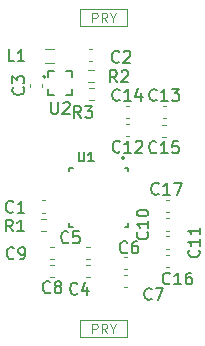
<source format=gbr>
%TF.GenerationSoftware,KiCad,Pcbnew,9.0.1+dfsg-1*%
%TF.CreationDate,2025-05-01T10:53:58+02:00*%
%TF.ProjectId,audio-codec,61756469-6f2d-4636-9f64-65632e6b6963,rev?*%
%TF.SameCoordinates,Original*%
%TF.FileFunction,Legend,Top*%
%TF.FilePolarity,Positive*%
%FSLAX46Y46*%
G04 Gerber Fmt 4.6, Leading zero omitted, Abs format (unit mm)*
G04 Created by KiCad (PCBNEW 9.0.1+dfsg-1) date 2025-05-01 10:53:58*
%MOMM*%
%LPD*%
G01*
G04 APERTURE LIST*
%ADD10C,0.150000*%
%ADD11C,0.100000*%
%ADD12C,0.120000*%
%ADD13C,0.127000*%
%ADD14C,0.200000*%
G04 APERTURE END LIST*
D10*
X90132142Y-72684580D02*
X90084523Y-72732200D01*
X90084523Y-72732200D02*
X89941666Y-72779819D01*
X89941666Y-72779819D02*
X89846428Y-72779819D01*
X89846428Y-72779819D02*
X89703571Y-72732200D01*
X89703571Y-72732200D02*
X89608333Y-72636961D01*
X89608333Y-72636961D02*
X89560714Y-72541723D01*
X89560714Y-72541723D02*
X89513095Y-72351247D01*
X89513095Y-72351247D02*
X89513095Y-72208390D01*
X89513095Y-72208390D02*
X89560714Y-72017914D01*
X89560714Y-72017914D02*
X89608333Y-71922676D01*
X89608333Y-71922676D02*
X89703571Y-71827438D01*
X89703571Y-71827438D02*
X89846428Y-71779819D01*
X89846428Y-71779819D02*
X89941666Y-71779819D01*
X89941666Y-71779819D02*
X90084523Y-71827438D01*
X90084523Y-71827438D02*
X90132142Y-71875057D01*
X91084523Y-72779819D02*
X90513095Y-72779819D01*
X90798809Y-72779819D02*
X90798809Y-71779819D01*
X90798809Y-71779819D02*
X90703571Y-71922676D01*
X90703571Y-71922676D02*
X90608333Y-72017914D01*
X90608333Y-72017914D02*
X90513095Y-72065533D01*
X91941666Y-71779819D02*
X91751190Y-71779819D01*
X91751190Y-71779819D02*
X91655952Y-71827438D01*
X91655952Y-71827438D02*
X91608333Y-71875057D01*
X91608333Y-71875057D02*
X91513095Y-72017914D01*
X91513095Y-72017914D02*
X91465476Y-72208390D01*
X91465476Y-72208390D02*
X91465476Y-72589342D01*
X91465476Y-72589342D02*
X91513095Y-72684580D01*
X91513095Y-72684580D02*
X91560714Y-72732200D01*
X91560714Y-72732200D02*
X91655952Y-72779819D01*
X91655952Y-72779819D02*
X91846428Y-72779819D01*
X91846428Y-72779819D02*
X91941666Y-72732200D01*
X91941666Y-72732200D02*
X91989285Y-72684580D01*
X91989285Y-72684580D02*
X92036904Y-72589342D01*
X92036904Y-72589342D02*
X92036904Y-72351247D01*
X92036904Y-72351247D02*
X91989285Y-72256009D01*
X91989285Y-72256009D02*
X91941666Y-72208390D01*
X91941666Y-72208390D02*
X91846428Y-72160771D01*
X91846428Y-72160771D02*
X91655952Y-72160771D01*
X91655952Y-72160771D02*
X91560714Y-72208390D01*
X91560714Y-72208390D02*
X91513095Y-72256009D01*
X91513095Y-72256009D02*
X91465476Y-72351247D01*
X89182142Y-65084580D02*
X89134523Y-65132200D01*
X89134523Y-65132200D02*
X88991666Y-65179819D01*
X88991666Y-65179819D02*
X88896428Y-65179819D01*
X88896428Y-65179819D02*
X88753571Y-65132200D01*
X88753571Y-65132200D02*
X88658333Y-65036961D01*
X88658333Y-65036961D02*
X88610714Y-64941723D01*
X88610714Y-64941723D02*
X88563095Y-64751247D01*
X88563095Y-64751247D02*
X88563095Y-64608390D01*
X88563095Y-64608390D02*
X88610714Y-64417914D01*
X88610714Y-64417914D02*
X88658333Y-64322676D01*
X88658333Y-64322676D02*
X88753571Y-64227438D01*
X88753571Y-64227438D02*
X88896428Y-64179819D01*
X88896428Y-64179819D02*
X88991666Y-64179819D01*
X88991666Y-64179819D02*
X89134523Y-64227438D01*
X89134523Y-64227438D02*
X89182142Y-64275057D01*
X90134523Y-65179819D02*
X89563095Y-65179819D01*
X89848809Y-65179819D02*
X89848809Y-64179819D01*
X89848809Y-64179819D02*
X89753571Y-64322676D01*
X89753571Y-64322676D02*
X89658333Y-64417914D01*
X89658333Y-64417914D02*
X89563095Y-64465533D01*
X90467857Y-64179819D02*
X91134523Y-64179819D01*
X91134523Y-64179819D02*
X90705952Y-65179819D01*
X85907142Y-61509580D02*
X85859523Y-61557200D01*
X85859523Y-61557200D02*
X85716666Y-61604819D01*
X85716666Y-61604819D02*
X85621428Y-61604819D01*
X85621428Y-61604819D02*
X85478571Y-61557200D01*
X85478571Y-61557200D02*
X85383333Y-61461961D01*
X85383333Y-61461961D02*
X85335714Y-61366723D01*
X85335714Y-61366723D02*
X85288095Y-61176247D01*
X85288095Y-61176247D02*
X85288095Y-61033390D01*
X85288095Y-61033390D02*
X85335714Y-60842914D01*
X85335714Y-60842914D02*
X85383333Y-60747676D01*
X85383333Y-60747676D02*
X85478571Y-60652438D01*
X85478571Y-60652438D02*
X85621428Y-60604819D01*
X85621428Y-60604819D02*
X85716666Y-60604819D01*
X85716666Y-60604819D02*
X85859523Y-60652438D01*
X85859523Y-60652438D02*
X85907142Y-60700057D01*
X86859523Y-61604819D02*
X86288095Y-61604819D01*
X86573809Y-61604819D02*
X86573809Y-60604819D01*
X86573809Y-60604819D02*
X86478571Y-60747676D01*
X86478571Y-60747676D02*
X86383333Y-60842914D01*
X86383333Y-60842914D02*
X86288095Y-60890533D01*
X87240476Y-60700057D02*
X87288095Y-60652438D01*
X87288095Y-60652438D02*
X87383333Y-60604819D01*
X87383333Y-60604819D02*
X87621428Y-60604819D01*
X87621428Y-60604819D02*
X87716666Y-60652438D01*
X87716666Y-60652438D02*
X87764285Y-60700057D01*
X87764285Y-60700057D02*
X87811904Y-60795295D01*
X87811904Y-60795295D02*
X87811904Y-60890533D01*
X87811904Y-60890533D02*
X87764285Y-61033390D01*
X87764285Y-61033390D02*
X87192857Y-61604819D01*
X87192857Y-61604819D02*
X87811904Y-61604819D01*
X76833333Y-68279819D02*
X76500000Y-67803628D01*
X76261905Y-68279819D02*
X76261905Y-67279819D01*
X76261905Y-67279819D02*
X76642857Y-67279819D01*
X76642857Y-67279819D02*
X76738095Y-67327438D01*
X76738095Y-67327438D02*
X76785714Y-67375057D01*
X76785714Y-67375057D02*
X76833333Y-67470295D01*
X76833333Y-67470295D02*
X76833333Y-67613152D01*
X76833333Y-67613152D02*
X76785714Y-67708390D01*
X76785714Y-67708390D02*
X76738095Y-67756009D01*
X76738095Y-67756009D02*
X76642857Y-67803628D01*
X76642857Y-67803628D02*
X76261905Y-67803628D01*
X77785714Y-68279819D02*
X77214286Y-68279819D01*
X77500000Y-68279819D02*
X77500000Y-67279819D01*
X77500000Y-67279819D02*
X77404762Y-67422676D01*
X77404762Y-67422676D02*
X77309524Y-67517914D01*
X77309524Y-67517914D02*
X77214286Y-67565533D01*
X85833333Y-53909580D02*
X85785714Y-53957200D01*
X85785714Y-53957200D02*
X85642857Y-54004819D01*
X85642857Y-54004819D02*
X85547619Y-54004819D01*
X85547619Y-54004819D02*
X85404762Y-53957200D01*
X85404762Y-53957200D02*
X85309524Y-53861961D01*
X85309524Y-53861961D02*
X85261905Y-53766723D01*
X85261905Y-53766723D02*
X85214286Y-53576247D01*
X85214286Y-53576247D02*
X85214286Y-53433390D01*
X85214286Y-53433390D02*
X85261905Y-53242914D01*
X85261905Y-53242914D02*
X85309524Y-53147676D01*
X85309524Y-53147676D02*
X85404762Y-53052438D01*
X85404762Y-53052438D02*
X85547619Y-53004819D01*
X85547619Y-53004819D02*
X85642857Y-53004819D01*
X85642857Y-53004819D02*
X85785714Y-53052438D01*
X85785714Y-53052438D02*
X85833333Y-53100057D01*
X86214286Y-53100057D02*
X86261905Y-53052438D01*
X86261905Y-53052438D02*
X86357143Y-53004819D01*
X86357143Y-53004819D02*
X86595238Y-53004819D01*
X86595238Y-53004819D02*
X86690476Y-53052438D01*
X86690476Y-53052438D02*
X86738095Y-53100057D01*
X86738095Y-53100057D02*
X86785714Y-53195295D01*
X86785714Y-53195295D02*
X86785714Y-53290533D01*
X86785714Y-53290533D02*
X86738095Y-53433390D01*
X86738095Y-53433390D02*
X86166667Y-54004819D01*
X86166667Y-54004819D02*
X86785714Y-54004819D01*
X88219580Y-68342857D02*
X88267200Y-68390476D01*
X88267200Y-68390476D02*
X88314819Y-68533333D01*
X88314819Y-68533333D02*
X88314819Y-68628571D01*
X88314819Y-68628571D02*
X88267200Y-68771428D01*
X88267200Y-68771428D02*
X88171961Y-68866666D01*
X88171961Y-68866666D02*
X88076723Y-68914285D01*
X88076723Y-68914285D02*
X87886247Y-68961904D01*
X87886247Y-68961904D02*
X87743390Y-68961904D01*
X87743390Y-68961904D02*
X87552914Y-68914285D01*
X87552914Y-68914285D02*
X87457676Y-68866666D01*
X87457676Y-68866666D02*
X87362438Y-68771428D01*
X87362438Y-68771428D02*
X87314819Y-68628571D01*
X87314819Y-68628571D02*
X87314819Y-68533333D01*
X87314819Y-68533333D02*
X87362438Y-68390476D01*
X87362438Y-68390476D02*
X87410057Y-68342857D01*
X88314819Y-67390476D02*
X88314819Y-67961904D01*
X88314819Y-67676190D02*
X87314819Y-67676190D01*
X87314819Y-67676190D02*
X87457676Y-67771428D01*
X87457676Y-67771428D02*
X87552914Y-67866666D01*
X87552914Y-67866666D02*
X87600533Y-67961904D01*
X87314819Y-66771428D02*
X87314819Y-66676190D01*
X87314819Y-66676190D02*
X87362438Y-66580952D01*
X87362438Y-66580952D02*
X87410057Y-66533333D01*
X87410057Y-66533333D02*
X87505295Y-66485714D01*
X87505295Y-66485714D02*
X87695771Y-66438095D01*
X87695771Y-66438095D02*
X87933866Y-66438095D01*
X87933866Y-66438095D02*
X88124342Y-66485714D01*
X88124342Y-66485714D02*
X88219580Y-66533333D01*
X88219580Y-66533333D02*
X88267200Y-66580952D01*
X88267200Y-66580952D02*
X88314819Y-66676190D01*
X88314819Y-66676190D02*
X88314819Y-66771428D01*
X88314819Y-66771428D02*
X88267200Y-66866666D01*
X88267200Y-66866666D02*
X88219580Y-66914285D01*
X88219580Y-66914285D02*
X88124342Y-66961904D01*
X88124342Y-66961904D02*
X87933866Y-67009523D01*
X87933866Y-67009523D02*
X87695771Y-67009523D01*
X87695771Y-67009523D02*
X87505295Y-66961904D01*
X87505295Y-66961904D02*
X87410057Y-66914285D01*
X87410057Y-66914285D02*
X87362438Y-66866666D01*
X87362438Y-66866666D02*
X87314819Y-66771428D01*
X85882142Y-57129580D02*
X85834523Y-57177200D01*
X85834523Y-57177200D02*
X85691666Y-57224819D01*
X85691666Y-57224819D02*
X85596428Y-57224819D01*
X85596428Y-57224819D02*
X85453571Y-57177200D01*
X85453571Y-57177200D02*
X85358333Y-57081961D01*
X85358333Y-57081961D02*
X85310714Y-56986723D01*
X85310714Y-56986723D02*
X85263095Y-56796247D01*
X85263095Y-56796247D02*
X85263095Y-56653390D01*
X85263095Y-56653390D02*
X85310714Y-56462914D01*
X85310714Y-56462914D02*
X85358333Y-56367676D01*
X85358333Y-56367676D02*
X85453571Y-56272438D01*
X85453571Y-56272438D02*
X85596428Y-56224819D01*
X85596428Y-56224819D02*
X85691666Y-56224819D01*
X85691666Y-56224819D02*
X85834523Y-56272438D01*
X85834523Y-56272438D02*
X85882142Y-56320057D01*
X86834523Y-57224819D02*
X86263095Y-57224819D01*
X86548809Y-57224819D02*
X86548809Y-56224819D01*
X86548809Y-56224819D02*
X86453571Y-56367676D01*
X86453571Y-56367676D02*
X86358333Y-56462914D01*
X86358333Y-56462914D02*
X86263095Y-56510533D01*
X87691666Y-56558152D02*
X87691666Y-57224819D01*
X87453571Y-56177200D02*
X87215476Y-56891485D01*
X87215476Y-56891485D02*
X87834523Y-56891485D01*
X88583333Y-73984580D02*
X88535714Y-74032200D01*
X88535714Y-74032200D02*
X88392857Y-74079819D01*
X88392857Y-74079819D02*
X88297619Y-74079819D01*
X88297619Y-74079819D02*
X88154762Y-74032200D01*
X88154762Y-74032200D02*
X88059524Y-73936961D01*
X88059524Y-73936961D02*
X88011905Y-73841723D01*
X88011905Y-73841723D02*
X87964286Y-73651247D01*
X87964286Y-73651247D02*
X87964286Y-73508390D01*
X87964286Y-73508390D02*
X88011905Y-73317914D01*
X88011905Y-73317914D02*
X88059524Y-73222676D01*
X88059524Y-73222676D02*
X88154762Y-73127438D01*
X88154762Y-73127438D02*
X88297619Y-73079819D01*
X88297619Y-73079819D02*
X88392857Y-73079819D01*
X88392857Y-73079819D02*
X88535714Y-73127438D01*
X88535714Y-73127438D02*
X88583333Y-73175057D01*
X88916667Y-73079819D02*
X89583333Y-73079819D01*
X89583333Y-73079819D02*
X89154762Y-74079819D01*
X92569580Y-69867857D02*
X92617200Y-69915476D01*
X92617200Y-69915476D02*
X92664819Y-70058333D01*
X92664819Y-70058333D02*
X92664819Y-70153571D01*
X92664819Y-70153571D02*
X92617200Y-70296428D01*
X92617200Y-70296428D02*
X92521961Y-70391666D01*
X92521961Y-70391666D02*
X92426723Y-70439285D01*
X92426723Y-70439285D02*
X92236247Y-70486904D01*
X92236247Y-70486904D02*
X92093390Y-70486904D01*
X92093390Y-70486904D02*
X91902914Y-70439285D01*
X91902914Y-70439285D02*
X91807676Y-70391666D01*
X91807676Y-70391666D02*
X91712438Y-70296428D01*
X91712438Y-70296428D02*
X91664819Y-70153571D01*
X91664819Y-70153571D02*
X91664819Y-70058333D01*
X91664819Y-70058333D02*
X91712438Y-69915476D01*
X91712438Y-69915476D02*
X91760057Y-69867857D01*
X92664819Y-68915476D02*
X92664819Y-69486904D01*
X92664819Y-69201190D02*
X91664819Y-69201190D01*
X91664819Y-69201190D02*
X91807676Y-69296428D01*
X91807676Y-69296428D02*
X91902914Y-69391666D01*
X91902914Y-69391666D02*
X91950533Y-69486904D01*
X92664819Y-67963095D02*
X92664819Y-68534523D01*
X92664819Y-68248809D02*
X91664819Y-68248809D01*
X91664819Y-68248809D02*
X91807676Y-68344047D01*
X91807676Y-68344047D02*
X91902914Y-68439285D01*
X91902914Y-68439285D02*
X91950533Y-68534523D01*
X82608333Y-58679819D02*
X82275000Y-58203628D01*
X82036905Y-58679819D02*
X82036905Y-57679819D01*
X82036905Y-57679819D02*
X82417857Y-57679819D01*
X82417857Y-57679819D02*
X82513095Y-57727438D01*
X82513095Y-57727438D02*
X82560714Y-57775057D01*
X82560714Y-57775057D02*
X82608333Y-57870295D01*
X82608333Y-57870295D02*
X82608333Y-58013152D01*
X82608333Y-58013152D02*
X82560714Y-58108390D01*
X82560714Y-58108390D02*
X82513095Y-58156009D01*
X82513095Y-58156009D02*
X82417857Y-58203628D01*
X82417857Y-58203628D02*
X82036905Y-58203628D01*
X82941667Y-57679819D02*
X83560714Y-57679819D01*
X83560714Y-57679819D02*
X83227381Y-58060771D01*
X83227381Y-58060771D02*
X83370238Y-58060771D01*
X83370238Y-58060771D02*
X83465476Y-58108390D01*
X83465476Y-58108390D02*
X83513095Y-58156009D01*
X83513095Y-58156009D02*
X83560714Y-58251247D01*
X83560714Y-58251247D02*
X83560714Y-58489342D01*
X83560714Y-58489342D02*
X83513095Y-58584580D01*
X83513095Y-58584580D02*
X83465476Y-58632200D01*
X83465476Y-58632200D02*
X83370238Y-58679819D01*
X83370238Y-58679819D02*
X83084524Y-58679819D01*
X83084524Y-58679819D02*
X82989286Y-58632200D01*
X82989286Y-58632200D02*
X82941667Y-58584580D01*
X86518333Y-70034580D02*
X86470714Y-70082200D01*
X86470714Y-70082200D02*
X86327857Y-70129819D01*
X86327857Y-70129819D02*
X86232619Y-70129819D01*
X86232619Y-70129819D02*
X86089762Y-70082200D01*
X86089762Y-70082200D02*
X85994524Y-69986961D01*
X85994524Y-69986961D02*
X85946905Y-69891723D01*
X85946905Y-69891723D02*
X85899286Y-69701247D01*
X85899286Y-69701247D02*
X85899286Y-69558390D01*
X85899286Y-69558390D02*
X85946905Y-69367914D01*
X85946905Y-69367914D02*
X85994524Y-69272676D01*
X85994524Y-69272676D02*
X86089762Y-69177438D01*
X86089762Y-69177438D02*
X86232619Y-69129819D01*
X86232619Y-69129819D02*
X86327857Y-69129819D01*
X86327857Y-69129819D02*
X86470714Y-69177438D01*
X86470714Y-69177438D02*
X86518333Y-69225057D01*
X87375476Y-69129819D02*
X87185000Y-69129819D01*
X87185000Y-69129819D02*
X87089762Y-69177438D01*
X87089762Y-69177438D02*
X87042143Y-69225057D01*
X87042143Y-69225057D02*
X86946905Y-69367914D01*
X86946905Y-69367914D02*
X86899286Y-69558390D01*
X86899286Y-69558390D02*
X86899286Y-69939342D01*
X86899286Y-69939342D02*
X86946905Y-70034580D01*
X86946905Y-70034580D02*
X86994524Y-70082200D01*
X86994524Y-70082200D02*
X87089762Y-70129819D01*
X87089762Y-70129819D02*
X87280238Y-70129819D01*
X87280238Y-70129819D02*
X87375476Y-70082200D01*
X87375476Y-70082200D02*
X87423095Y-70034580D01*
X87423095Y-70034580D02*
X87470714Y-69939342D01*
X87470714Y-69939342D02*
X87470714Y-69701247D01*
X87470714Y-69701247D02*
X87423095Y-69606009D01*
X87423095Y-69606009D02*
X87375476Y-69558390D01*
X87375476Y-69558390D02*
X87280238Y-69510771D01*
X87280238Y-69510771D02*
X87089762Y-69510771D01*
X87089762Y-69510771D02*
X86994524Y-69558390D01*
X86994524Y-69558390D02*
X86946905Y-69606009D01*
X86946905Y-69606009D02*
X86899286Y-69701247D01*
X81543333Y-69184580D02*
X81495714Y-69232200D01*
X81495714Y-69232200D02*
X81352857Y-69279819D01*
X81352857Y-69279819D02*
X81257619Y-69279819D01*
X81257619Y-69279819D02*
X81114762Y-69232200D01*
X81114762Y-69232200D02*
X81019524Y-69136961D01*
X81019524Y-69136961D02*
X80971905Y-69041723D01*
X80971905Y-69041723D02*
X80924286Y-68851247D01*
X80924286Y-68851247D02*
X80924286Y-68708390D01*
X80924286Y-68708390D02*
X80971905Y-68517914D01*
X80971905Y-68517914D02*
X81019524Y-68422676D01*
X81019524Y-68422676D02*
X81114762Y-68327438D01*
X81114762Y-68327438D02*
X81257619Y-68279819D01*
X81257619Y-68279819D02*
X81352857Y-68279819D01*
X81352857Y-68279819D02*
X81495714Y-68327438D01*
X81495714Y-68327438D02*
X81543333Y-68375057D01*
X82448095Y-68279819D02*
X81971905Y-68279819D01*
X81971905Y-68279819D02*
X81924286Y-68756009D01*
X81924286Y-68756009D02*
X81971905Y-68708390D01*
X81971905Y-68708390D02*
X82067143Y-68660771D01*
X82067143Y-68660771D02*
X82305238Y-68660771D01*
X82305238Y-68660771D02*
X82400476Y-68708390D01*
X82400476Y-68708390D02*
X82448095Y-68756009D01*
X82448095Y-68756009D02*
X82495714Y-68851247D01*
X82495714Y-68851247D02*
X82495714Y-69089342D01*
X82495714Y-69089342D02*
X82448095Y-69184580D01*
X82448095Y-69184580D02*
X82400476Y-69232200D01*
X82400476Y-69232200D02*
X82305238Y-69279819D01*
X82305238Y-69279819D02*
X82067143Y-69279819D01*
X82067143Y-69279819D02*
X81971905Y-69232200D01*
X81971905Y-69232200D02*
X81924286Y-69184580D01*
X80088095Y-57324819D02*
X80088095Y-58134342D01*
X80088095Y-58134342D02*
X80135714Y-58229580D01*
X80135714Y-58229580D02*
X80183333Y-58277200D01*
X80183333Y-58277200D02*
X80278571Y-58324819D01*
X80278571Y-58324819D02*
X80469047Y-58324819D01*
X80469047Y-58324819D02*
X80564285Y-58277200D01*
X80564285Y-58277200D02*
X80611904Y-58229580D01*
X80611904Y-58229580D02*
X80659523Y-58134342D01*
X80659523Y-58134342D02*
X80659523Y-57324819D01*
X81088095Y-57420057D02*
X81135714Y-57372438D01*
X81135714Y-57372438D02*
X81230952Y-57324819D01*
X81230952Y-57324819D02*
X81469047Y-57324819D01*
X81469047Y-57324819D02*
X81564285Y-57372438D01*
X81564285Y-57372438D02*
X81611904Y-57420057D01*
X81611904Y-57420057D02*
X81659523Y-57515295D01*
X81659523Y-57515295D02*
X81659523Y-57610533D01*
X81659523Y-57610533D02*
X81611904Y-57753390D01*
X81611904Y-57753390D02*
X81040476Y-58324819D01*
X81040476Y-58324819D02*
X81659523Y-58324819D01*
X82425476Y-61562295D02*
X82425476Y-62209914D01*
X82425476Y-62209914D02*
X82463571Y-62286104D01*
X82463571Y-62286104D02*
X82501666Y-62324200D01*
X82501666Y-62324200D02*
X82577857Y-62362295D01*
X82577857Y-62362295D02*
X82730238Y-62362295D01*
X82730238Y-62362295D02*
X82806428Y-62324200D01*
X82806428Y-62324200D02*
X82844523Y-62286104D01*
X82844523Y-62286104D02*
X82882619Y-62209914D01*
X82882619Y-62209914D02*
X82882619Y-61562295D01*
X83682618Y-62362295D02*
X83225475Y-62362295D01*
X83454047Y-62362295D02*
X83454047Y-61562295D01*
X83454047Y-61562295D02*
X83377856Y-61676580D01*
X83377856Y-61676580D02*
X83301666Y-61752771D01*
X83301666Y-61752771D02*
X83225475Y-61790866D01*
X89007142Y-57129580D02*
X88959523Y-57177200D01*
X88959523Y-57177200D02*
X88816666Y-57224819D01*
X88816666Y-57224819D02*
X88721428Y-57224819D01*
X88721428Y-57224819D02*
X88578571Y-57177200D01*
X88578571Y-57177200D02*
X88483333Y-57081961D01*
X88483333Y-57081961D02*
X88435714Y-56986723D01*
X88435714Y-56986723D02*
X88388095Y-56796247D01*
X88388095Y-56796247D02*
X88388095Y-56653390D01*
X88388095Y-56653390D02*
X88435714Y-56462914D01*
X88435714Y-56462914D02*
X88483333Y-56367676D01*
X88483333Y-56367676D02*
X88578571Y-56272438D01*
X88578571Y-56272438D02*
X88721428Y-56224819D01*
X88721428Y-56224819D02*
X88816666Y-56224819D01*
X88816666Y-56224819D02*
X88959523Y-56272438D01*
X88959523Y-56272438D02*
X89007142Y-56320057D01*
X89959523Y-57224819D02*
X89388095Y-57224819D01*
X89673809Y-57224819D02*
X89673809Y-56224819D01*
X89673809Y-56224819D02*
X89578571Y-56367676D01*
X89578571Y-56367676D02*
X89483333Y-56462914D01*
X89483333Y-56462914D02*
X89388095Y-56510533D01*
X90292857Y-56224819D02*
X90911904Y-56224819D01*
X90911904Y-56224819D02*
X90578571Y-56605771D01*
X90578571Y-56605771D02*
X90721428Y-56605771D01*
X90721428Y-56605771D02*
X90816666Y-56653390D01*
X90816666Y-56653390D02*
X90864285Y-56701009D01*
X90864285Y-56701009D02*
X90911904Y-56796247D01*
X90911904Y-56796247D02*
X90911904Y-57034342D01*
X90911904Y-57034342D02*
X90864285Y-57129580D01*
X90864285Y-57129580D02*
X90816666Y-57177200D01*
X90816666Y-57177200D02*
X90721428Y-57224819D01*
X90721428Y-57224819D02*
X90435714Y-57224819D01*
X90435714Y-57224819D02*
X90340476Y-57177200D01*
X90340476Y-57177200D02*
X90292857Y-57129580D01*
X76933333Y-70534580D02*
X76885714Y-70582200D01*
X76885714Y-70582200D02*
X76742857Y-70629819D01*
X76742857Y-70629819D02*
X76647619Y-70629819D01*
X76647619Y-70629819D02*
X76504762Y-70582200D01*
X76504762Y-70582200D02*
X76409524Y-70486961D01*
X76409524Y-70486961D02*
X76361905Y-70391723D01*
X76361905Y-70391723D02*
X76314286Y-70201247D01*
X76314286Y-70201247D02*
X76314286Y-70058390D01*
X76314286Y-70058390D02*
X76361905Y-69867914D01*
X76361905Y-69867914D02*
X76409524Y-69772676D01*
X76409524Y-69772676D02*
X76504762Y-69677438D01*
X76504762Y-69677438D02*
X76647619Y-69629819D01*
X76647619Y-69629819D02*
X76742857Y-69629819D01*
X76742857Y-69629819D02*
X76885714Y-69677438D01*
X76885714Y-69677438D02*
X76933333Y-69725057D01*
X77409524Y-70629819D02*
X77600000Y-70629819D01*
X77600000Y-70629819D02*
X77695238Y-70582200D01*
X77695238Y-70582200D02*
X77742857Y-70534580D01*
X77742857Y-70534580D02*
X77838095Y-70391723D01*
X77838095Y-70391723D02*
X77885714Y-70201247D01*
X77885714Y-70201247D02*
X77885714Y-69820295D01*
X77885714Y-69820295D02*
X77838095Y-69725057D01*
X77838095Y-69725057D02*
X77790476Y-69677438D01*
X77790476Y-69677438D02*
X77695238Y-69629819D01*
X77695238Y-69629819D02*
X77504762Y-69629819D01*
X77504762Y-69629819D02*
X77409524Y-69677438D01*
X77409524Y-69677438D02*
X77361905Y-69725057D01*
X77361905Y-69725057D02*
X77314286Y-69820295D01*
X77314286Y-69820295D02*
X77314286Y-70058390D01*
X77314286Y-70058390D02*
X77361905Y-70153628D01*
X77361905Y-70153628D02*
X77409524Y-70201247D01*
X77409524Y-70201247D02*
X77504762Y-70248866D01*
X77504762Y-70248866D02*
X77695238Y-70248866D01*
X77695238Y-70248866D02*
X77790476Y-70201247D01*
X77790476Y-70201247D02*
X77838095Y-70153628D01*
X77838095Y-70153628D02*
X77885714Y-70058390D01*
X88982142Y-61559580D02*
X88934523Y-61607200D01*
X88934523Y-61607200D02*
X88791666Y-61654819D01*
X88791666Y-61654819D02*
X88696428Y-61654819D01*
X88696428Y-61654819D02*
X88553571Y-61607200D01*
X88553571Y-61607200D02*
X88458333Y-61511961D01*
X88458333Y-61511961D02*
X88410714Y-61416723D01*
X88410714Y-61416723D02*
X88363095Y-61226247D01*
X88363095Y-61226247D02*
X88363095Y-61083390D01*
X88363095Y-61083390D02*
X88410714Y-60892914D01*
X88410714Y-60892914D02*
X88458333Y-60797676D01*
X88458333Y-60797676D02*
X88553571Y-60702438D01*
X88553571Y-60702438D02*
X88696428Y-60654819D01*
X88696428Y-60654819D02*
X88791666Y-60654819D01*
X88791666Y-60654819D02*
X88934523Y-60702438D01*
X88934523Y-60702438D02*
X88982142Y-60750057D01*
X89934523Y-61654819D02*
X89363095Y-61654819D01*
X89648809Y-61654819D02*
X89648809Y-60654819D01*
X89648809Y-60654819D02*
X89553571Y-60797676D01*
X89553571Y-60797676D02*
X89458333Y-60892914D01*
X89458333Y-60892914D02*
X89363095Y-60940533D01*
X90839285Y-60654819D02*
X90363095Y-60654819D01*
X90363095Y-60654819D02*
X90315476Y-61131009D01*
X90315476Y-61131009D02*
X90363095Y-61083390D01*
X90363095Y-61083390D02*
X90458333Y-61035771D01*
X90458333Y-61035771D02*
X90696428Y-61035771D01*
X90696428Y-61035771D02*
X90791666Y-61083390D01*
X90791666Y-61083390D02*
X90839285Y-61131009D01*
X90839285Y-61131009D02*
X90886904Y-61226247D01*
X90886904Y-61226247D02*
X90886904Y-61464342D01*
X90886904Y-61464342D02*
X90839285Y-61559580D01*
X90839285Y-61559580D02*
X90791666Y-61607200D01*
X90791666Y-61607200D02*
X90696428Y-61654819D01*
X90696428Y-61654819D02*
X90458333Y-61654819D01*
X90458333Y-61654819D02*
X90363095Y-61607200D01*
X90363095Y-61607200D02*
X90315476Y-61559580D01*
X77704580Y-56091666D02*
X77752200Y-56139285D01*
X77752200Y-56139285D02*
X77799819Y-56282142D01*
X77799819Y-56282142D02*
X77799819Y-56377380D01*
X77799819Y-56377380D02*
X77752200Y-56520237D01*
X77752200Y-56520237D02*
X77656961Y-56615475D01*
X77656961Y-56615475D02*
X77561723Y-56663094D01*
X77561723Y-56663094D02*
X77371247Y-56710713D01*
X77371247Y-56710713D02*
X77228390Y-56710713D01*
X77228390Y-56710713D02*
X77037914Y-56663094D01*
X77037914Y-56663094D02*
X76942676Y-56615475D01*
X76942676Y-56615475D02*
X76847438Y-56520237D01*
X76847438Y-56520237D02*
X76799819Y-56377380D01*
X76799819Y-56377380D02*
X76799819Y-56282142D01*
X76799819Y-56282142D02*
X76847438Y-56139285D01*
X76847438Y-56139285D02*
X76895057Y-56091666D01*
X76799819Y-55758332D02*
X76799819Y-55139285D01*
X76799819Y-55139285D02*
X77180771Y-55472618D01*
X77180771Y-55472618D02*
X77180771Y-55329761D01*
X77180771Y-55329761D02*
X77228390Y-55234523D01*
X77228390Y-55234523D02*
X77276009Y-55186904D01*
X77276009Y-55186904D02*
X77371247Y-55139285D01*
X77371247Y-55139285D02*
X77609342Y-55139285D01*
X77609342Y-55139285D02*
X77704580Y-55186904D01*
X77704580Y-55186904D02*
X77752200Y-55234523D01*
X77752200Y-55234523D02*
X77799819Y-55329761D01*
X77799819Y-55329761D02*
X77799819Y-55615475D01*
X77799819Y-55615475D02*
X77752200Y-55710713D01*
X77752200Y-55710713D02*
X77704580Y-55758332D01*
X85658333Y-55654819D02*
X85325000Y-55178628D01*
X85086905Y-55654819D02*
X85086905Y-54654819D01*
X85086905Y-54654819D02*
X85467857Y-54654819D01*
X85467857Y-54654819D02*
X85563095Y-54702438D01*
X85563095Y-54702438D02*
X85610714Y-54750057D01*
X85610714Y-54750057D02*
X85658333Y-54845295D01*
X85658333Y-54845295D02*
X85658333Y-54988152D01*
X85658333Y-54988152D02*
X85610714Y-55083390D01*
X85610714Y-55083390D02*
X85563095Y-55131009D01*
X85563095Y-55131009D02*
X85467857Y-55178628D01*
X85467857Y-55178628D02*
X85086905Y-55178628D01*
X86039286Y-54750057D02*
X86086905Y-54702438D01*
X86086905Y-54702438D02*
X86182143Y-54654819D01*
X86182143Y-54654819D02*
X86420238Y-54654819D01*
X86420238Y-54654819D02*
X86515476Y-54702438D01*
X86515476Y-54702438D02*
X86563095Y-54750057D01*
X86563095Y-54750057D02*
X86610714Y-54845295D01*
X86610714Y-54845295D02*
X86610714Y-54940533D01*
X86610714Y-54940533D02*
X86563095Y-55083390D01*
X86563095Y-55083390D02*
X85991667Y-55654819D01*
X85991667Y-55654819D02*
X86610714Y-55654819D01*
X76858333Y-66609580D02*
X76810714Y-66657200D01*
X76810714Y-66657200D02*
X76667857Y-66704819D01*
X76667857Y-66704819D02*
X76572619Y-66704819D01*
X76572619Y-66704819D02*
X76429762Y-66657200D01*
X76429762Y-66657200D02*
X76334524Y-66561961D01*
X76334524Y-66561961D02*
X76286905Y-66466723D01*
X76286905Y-66466723D02*
X76239286Y-66276247D01*
X76239286Y-66276247D02*
X76239286Y-66133390D01*
X76239286Y-66133390D02*
X76286905Y-65942914D01*
X76286905Y-65942914D02*
X76334524Y-65847676D01*
X76334524Y-65847676D02*
X76429762Y-65752438D01*
X76429762Y-65752438D02*
X76572619Y-65704819D01*
X76572619Y-65704819D02*
X76667857Y-65704819D01*
X76667857Y-65704819D02*
X76810714Y-65752438D01*
X76810714Y-65752438D02*
X76858333Y-65800057D01*
X77810714Y-66704819D02*
X77239286Y-66704819D01*
X77525000Y-66704819D02*
X77525000Y-65704819D01*
X77525000Y-65704819D02*
X77429762Y-65847676D01*
X77429762Y-65847676D02*
X77334524Y-65942914D01*
X77334524Y-65942914D02*
X77239286Y-65990533D01*
X79993333Y-73414580D02*
X79945714Y-73462200D01*
X79945714Y-73462200D02*
X79802857Y-73509819D01*
X79802857Y-73509819D02*
X79707619Y-73509819D01*
X79707619Y-73509819D02*
X79564762Y-73462200D01*
X79564762Y-73462200D02*
X79469524Y-73366961D01*
X79469524Y-73366961D02*
X79421905Y-73271723D01*
X79421905Y-73271723D02*
X79374286Y-73081247D01*
X79374286Y-73081247D02*
X79374286Y-72938390D01*
X79374286Y-72938390D02*
X79421905Y-72747914D01*
X79421905Y-72747914D02*
X79469524Y-72652676D01*
X79469524Y-72652676D02*
X79564762Y-72557438D01*
X79564762Y-72557438D02*
X79707619Y-72509819D01*
X79707619Y-72509819D02*
X79802857Y-72509819D01*
X79802857Y-72509819D02*
X79945714Y-72557438D01*
X79945714Y-72557438D02*
X79993333Y-72605057D01*
X80564762Y-72938390D02*
X80469524Y-72890771D01*
X80469524Y-72890771D02*
X80421905Y-72843152D01*
X80421905Y-72843152D02*
X80374286Y-72747914D01*
X80374286Y-72747914D02*
X80374286Y-72700295D01*
X80374286Y-72700295D02*
X80421905Y-72605057D01*
X80421905Y-72605057D02*
X80469524Y-72557438D01*
X80469524Y-72557438D02*
X80564762Y-72509819D01*
X80564762Y-72509819D02*
X80755238Y-72509819D01*
X80755238Y-72509819D02*
X80850476Y-72557438D01*
X80850476Y-72557438D02*
X80898095Y-72605057D01*
X80898095Y-72605057D02*
X80945714Y-72700295D01*
X80945714Y-72700295D02*
X80945714Y-72747914D01*
X80945714Y-72747914D02*
X80898095Y-72843152D01*
X80898095Y-72843152D02*
X80850476Y-72890771D01*
X80850476Y-72890771D02*
X80755238Y-72938390D01*
X80755238Y-72938390D02*
X80564762Y-72938390D01*
X80564762Y-72938390D02*
X80469524Y-72986009D01*
X80469524Y-72986009D02*
X80421905Y-73033628D01*
X80421905Y-73033628D02*
X80374286Y-73128866D01*
X80374286Y-73128866D02*
X80374286Y-73319342D01*
X80374286Y-73319342D02*
X80421905Y-73414580D01*
X80421905Y-73414580D02*
X80469524Y-73462200D01*
X80469524Y-73462200D02*
X80564762Y-73509819D01*
X80564762Y-73509819D02*
X80755238Y-73509819D01*
X80755238Y-73509819D02*
X80850476Y-73462200D01*
X80850476Y-73462200D02*
X80898095Y-73414580D01*
X80898095Y-73414580D02*
X80945714Y-73319342D01*
X80945714Y-73319342D02*
X80945714Y-73128866D01*
X80945714Y-73128866D02*
X80898095Y-73033628D01*
X80898095Y-73033628D02*
X80850476Y-72986009D01*
X80850476Y-72986009D02*
X80755238Y-72938390D01*
X76958333Y-53854819D02*
X76482143Y-53854819D01*
X76482143Y-53854819D02*
X76482143Y-52854819D01*
X77815476Y-53854819D02*
X77244048Y-53854819D01*
X77529762Y-53854819D02*
X77529762Y-52854819D01*
X77529762Y-52854819D02*
X77434524Y-52997676D01*
X77434524Y-52997676D02*
X77339286Y-53092914D01*
X77339286Y-53092914D02*
X77244048Y-53140533D01*
X82293333Y-73534580D02*
X82245714Y-73582200D01*
X82245714Y-73582200D02*
X82102857Y-73629819D01*
X82102857Y-73629819D02*
X82007619Y-73629819D01*
X82007619Y-73629819D02*
X81864762Y-73582200D01*
X81864762Y-73582200D02*
X81769524Y-73486961D01*
X81769524Y-73486961D02*
X81721905Y-73391723D01*
X81721905Y-73391723D02*
X81674286Y-73201247D01*
X81674286Y-73201247D02*
X81674286Y-73058390D01*
X81674286Y-73058390D02*
X81721905Y-72867914D01*
X81721905Y-72867914D02*
X81769524Y-72772676D01*
X81769524Y-72772676D02*
X81864762Y-72677438D01*
X81864762Y-72677438D02*
X82007619Y-72629819D01*
X82007619Y-72629819D02*
X82102857Y-72629819D01*
X82102857Y-72629819D02*
X82245714Y-72677438D01*
X82245714Y-72677438D02*
X82293333Y-72725057D01*
X83150476Y-72963152D02*
X83150476Y-73629819D01*
X82912381Y-72582200D02*
X82674286Y-73296485D01*
X82674286Y-73296485D02*
X83293333Y-73296485D01*
D11*
X83547619Y-76916895D02*
X83547619Y-76116895D01*
X83547619Y-76116895D02*
X83852381Y-76116895D01*
X83852381Y-76116895D02*
X83928571Y-76154990D01*
X83928571Y-76154990D02*
X83966666Y-76193085D01*
X83966666Y-76193085D02*
X84004762Y-76269276D01*
X84004762Y-76269276D02*
X84004762Y-76383561D01*
X84004762Y-76383561D02*
X83966666Y-76459752D01*
X83966666Y-76459752D02*
X83928571Y-76497847D01*
X83928571Y-76497847D02*
X83852381Y-76535942D01*
X83852381Y-76535942D02*
X83547619Y-76535942D01*
X84804762Y-76916895D02*
X84538095Y-76535942D01*
X84347619Y-76916895D02*
X84347619Y-76116895D01*
X84347619Y-76116895D02*
X84652381Y-76116895D01*
X84652381Y-76116895D02*
X84728571Y-76154990D01*
X84728571Y-76154990D02*
X84766666Y-76193085D01*
X84766666Y-76193085D02*
X84804762Y-76269276D01*
X84804762Y-76269276D02*
X84804762Y-76383561D01*
X84804762Y-76383561D02*
X84766666Y-76459752D01*
X84766666Y-76459752D02*
X84728571Y-76497847D01*
X84728571Y-76497847D02*
X84652381Y-76535942D01*
X84652381Y-76535942D02*
X84347619Y-76535942D01*
X85300000Y-76535942D02*
X85300000Y-76916895D01*
X85033333Y-76116895D02*
X85300000Y-76535942D01*
X85300000Y-76535942D02*
X85566666Y-76116895D01*
X83547619Y-50576895D02*
X83547619Y-49776895D01*
X83547619Y-49776895D02*
X83852381Y-49776895D01*
X83852381Y-49776895D02*
X83928571Y-49814990D01*
X83928571Y-49814990D02*
X83966666Y-49853085D01*
X83966666Y-49853085D02*
X84004762Y-49929276D01*
X84004762Y-49929276D02*
X84004762Y-50043561D01*
X84004762Y-50043561D02*
X83966666Y-50119752D01*
X83966666Y-50119752D02*
X83928571Y-50157847D01*
X83928571Y-50157847D02*
X83852381Y-50195942D01*
X83852381Y-50195942D02*
X83547619Y-50195942D01*
X84804762Y-50576895D02*
X84538095Y-50195942D01*
X84347619Y-50576895D02*
X84347619Y-49776895D01*
X84347619Y-49776895D02*
X84652381Y-49776895D01*
X84652381Y-49776895D02*
X84728571Y-49814990D01*
X84728571Y-49814990D02*
X84766666Y-49853085D01*
X84766666Y-49853085D02*
X84804762Y-49929276D01*
X84804762Y-49929276D02*
X84804762Y-50043561D01*
X84804762Y-50043561D02*
X84766666Y-50119752D01*
X84766666Y-50119752D02*
X84728571Y-50157847D01*
X84728571Y-50157847D02*
X84652381Y-50195942D01*
X84652381Y-50195942D02*
X84347619Y-50195942D01*
X85300000Y-50195942D02*
X85300000Y-50576895D01*
X85033333Y-49776895D02*
X85300000Y-50195942D01*
X85300000Y-50195942D02*
X85566666Y-49776895D01*
D12*
%TO.C,C16*%
X89794420Y-70290000D02*
X90075580Y-70290000D01*
X89794420Y-71310000D02*
X90075580Y-71310000D01*
%TO.C,C17*%
X89794420Y-65640000D02*
X90075580Y-65640000D01*
X89794420Y-66660000D02*
X90075580Y-66660000D01*
%TO.C,C12*%
X86384420Y-59215000D02*
X86665580Y-59215000D01*
X86384420Y-60235000D02*
X86665580Y-60235000D01*
%TO.C,R1*%
X79672258Y-67202500D02*
X79197742Y-67202500D01*
X79672258Y-68247500D02*
X79197742Y-68247500D01*
%TO.C,C2*%
X83533228Y-52840000D02*
X83252068Y-52840000D01*
X83533228Y-53860000D02*
X83252068Y-53860000D01*
%TO.C,C10*%
X89794420Y-67190000D02*
X90075580Y-67190000D01*
X89794420Y-68210000D02*
X90075580Y-68210000D01*
%TO.C,C14*%
X86384420Y-57690000D02*
X86665580Y-57690000D01*
X86384420Y-58710000D02*
X86665580Y-58710000D01*
%TO.C,C7*%
X86219420Y-71990000D02*
X86500580Y-71990000D01*
X86219420Y-73010000D02*
X86500580Y-73010000D01*
%TO.C,C11*%
X89794420Y-68715000D02*
X90075580Y-68715000D01*
X89794420Y-69735000D02*
X90075580Y-69735000D01*
%TO.C,R3*%
X83704906Y-54627500D02*
X83230390Y-54627500D01*
X83704906Y-55672500D02*
X83230390Y-55672500D01*
%TO.C,C6*%
X86219420Y-70465000D02*
X86500580Y-70465000D01*
X86219420Y-71485000D02*
X86500580Y-71485000D01*
%TO.C,C5*%
X83350580Y-69605000D02*
X83069420Y-69605000D01*
X83350580Y-70625000D02*
X83069420Y-70625000D01*
D13*
%TO.C,U2*%
X79845000Y-54705000D02*
X79845000Y-55202500D01*
X79845000Y-54705000D02*
X80342500Y-54705000D01*
X79845000Y-56695000D02*
X79845000Y-56197500D01*
X79845000Y-56695000D02*
X80342500Y-56695000D01*
X81835000Y-54705000D02*
X81337500Y-54705000D01*
X81835000Y-54705000D02*
X81835000Y-55202500D01*
X81835000Y-56695000D02*
X81337500Y-56695000D01*
X81835000Y-56695000D02*
X81835000Y-56197500D01*
D14*
X79595000Y-55200000D02*
G75*
G02*
X79395000Y-55200000I-100000J0D01*
G01*
X79395000Y-55200000D02*
G75*
G02*
X79595000Y-55200000I100000J0D01*
G01*
D13*
%TO.C,U1*%
X81610000Y-62875000D02*
X81610000Y-63170000D01*
X81610000Y-62875000D02*
X81905000Y-62875000D01*
X81610000Y-67875000D02*
X81610000Y-67580000D01*
X81610000Y-67875000D02*
X81905000Y-67875000D01*
X86610000Y-62875000D02*
X86315000Y-62875000D01*
X86610000Y-62875000D02*
X86610000Y-63170000D01*
X86610000Y-67875000D02*
X86315000Y-67875000D01*
X86610000Y-67875000D02*
X86610000Y-67580000D01*
D14*
X86260000Y-62080000D02*
G75*
G02*
X86060000Y-62080000I-100000J0D01*
G01*
X86060000Y-62080000D02*
G75*
G02*
X86260000Y-62080000I100000J0D01*
G01*
D12*
%TO.C,C13*%
X89509420Y-57690000D02*
X89790580Y-57690000D01*
X89509420Y-58710000D02*
X89790580Y-58710000D01*
%TO.C,C9*%
X80300580Y-69605000D02*
X80019420Y-69605000D01*
X80300580Y-70625000D02*
X80019420Y-70625000D01*
%TO.C,C15*%
X89484420Y-59265000D02*
X89765580Y-59265000D01*
X89484420Y-60285000D02*
X89765580Y-60285000D01*
%TO.C,C3*%
X78265000Y-56065580D02*
X78265000Y-55784420D01*
X79285000Y-56065580D02*
X79285000Y-55784420D01*
%TO.C,R2*%
X83255390Y-56152500D02*
X83729906Y-56152500D01*
X83255390Y-57197500D02*
X83729906Y-57197500D01*
%TO.C,C1*%
X79575580Y-65665000D02*
X79294420Y-65665000D01*
X79575580Y-66685000D02*
X79294420Y-66685000D01*
%TO.C,C8*%
X80300580Y-71115000D02*
X80019420Y-71115000D01*
X80300580Y-72135000D02*
X80019420Y-72135000D01*
%TO.C,L1*%
X80317270Y-52865000D02*
X79518026Y-52865000D01*
X80317270Y-53985000D02*
X79518026Y-53985000D01*
%TO.C,C4*%
X83350580Y-71115000D02*
X83069420Y-71115000D01*
X83350580Y-72135000D02*
X83069420Y-72135000D01*
%TO.C,M1*%
D11*
X86484241Y-50929000D02*
X82480484Y-50929000D01*
X82480484Y-49460000D01*
X86484241Y-49460000D01*
X86484241Y-50929000D01*
X86484241Y-75771000D02*
X82480484Y-75771000D01*
X82480484Y-77240000D01*
X86484241Y-77240000D01*
X86484241Y-75771000D01*
%TD*%
M02*

</source>
